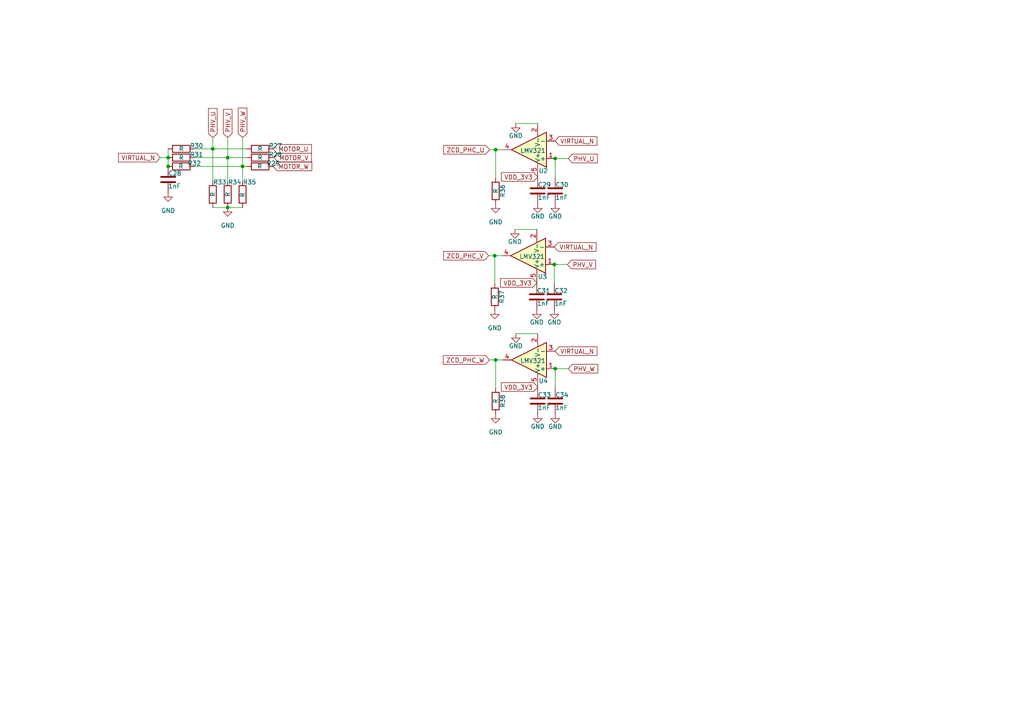
<source format=kicad_sch>
(kicad_sch (version 20230121) (generator eeschema)
  (paper "A4")
  (lib_symbols
    (symbol "Amplifier_Operational:LMV321" (pin_names (offset 0.127))
      (property "Reference" "U" (at 0 5.08 0))
      (property "Value" "LMV321" (at 0 -5.08 0))
      (symbol "LMV321_0_1"
        (polyline (pts (xy -5.08 5.08) (xy 5.08 0) (xy -5.08 -5.08) (xy -5.08 5.08)) (stroke (width 0.254)) (fill (type background)))
        (pin power_in line (at -2.54 -7.62 90) (length 3.81) (name "V-") (number "2"))
        (pin power_in line (at -2.54 7.62 270) (length 3.81) (name "V+") (number "5"))
      )
      (symbol "LMV321_1_1"
        (pin input line (at -7.62 2.54 0) (length 2.54) (name "+") (number "1"))
        (pin input line (at -7.62 -2.54 0) (length 2.54) (name "-") (number "3"))
        (pin output line (at 7.62 0 180) (length 2.54) (name "~") (number "4"))
      )
    )
    (symbol "Device:C" (pin_numbers hide) (pin_names (offset 0.254))
      (property "Reference" "C" (at 0.635 2.54 0))
      (property "Value" "C" (at 0.635 -2.54 0))
      (symbol "C_0_1"
        (polyline (pts (xy -2.032 -0.762) (xy 2.032 -0.762)) (stroke (width 0.508)))
        (polyline (pts (xy -2.032 0.762) (xy 2.032 0.762)) (stroke (width 0.508)))
      )
      (symbol "C_1_1"
        (pin passive line (at 0 3.81 270) (length 2.794) (name "~") (number "1"))
        (pin passive line (at 0 -3.81 90) (length 2.794) (name "~") (number "2"))
      )
    )
    (symbol "Device:R" (pin_numbers hide) (pin_names (offset 0))
      (property "Reference" "R" (at 2.032 0 90))
      (property "Value" "R" (at 0 0 90))
      (symbol "R_0_1"
        (rectangle (start -1.016 -2.54) (end 1.016 2.54) (stroke (width 0.254)))
      )
      (symbol "R_1_1"
        (pin passive line (at 0 3.81 270) (length 1.27) (name "~") (number "1"))
        (pin passive line (at 0 -3.81 90) (length 1.27) (name "~") (number "2"))
      )
    )
    (symbol "power:GND" (power) (pin_names (offset 0))
      (property "Value" "GND" (at 0 -3.81 0))
      (symbol "GND_0_1"
        (polyline (pts (xy 0 0) (xy 0 -1.27) (xy 1.27 -1.27) (xy 0 -2.54) (xy -1.27 -1.27) (xy 0 -1.27)))
      )
      (symbol "GND_1_1"
        (pin power_in line (at 0 0 270) (length 0) hide (name "GND") (number "1"))
      )
    )
  )
  (junction (at 70.358 48.26))
  (junction (at 48.768 45.72))
  (junction (at 161.036 45.974))
  (junction (at 48.768 48.26))
  (junction (at 143.764 104.394))
  (junction (at 66.04 45.72))
  (junction (at 143.51 74.168))
  (junction (at 66.04 60.198))
  (junction (at 143.764 43.434))
  (junction (at 161.036 106.934))
  (junction (at 61.722 43.18))
  (junction (at 160.782 76.708))
  (wire (pts (xy 48.768 43.18) (xy 48.768 45.72)))
  (wire (pts (xy 66.04 60.198) (xy 70.358 60.198)))
  (wire (pts (xy 70.358 48.26) (xy 70.358 52.578)))
  (wire (pts (xy 79.502 45.72) (xy 79.248 45.72)))
  (wire (pts (xy 70.358 39.878) (xy 70.358 48.26)))
  (wire (pts (xy 160.782 76.708) (xy 164.592 76.708)))
  (wire (pts (xy 161.036 45.974) (xy 161.036 51.562)))
  (wire (pts (xy 141.986 43.434) (xy 143.764 43.434)))
  (wire (pts (xy 149.606 35.814) (xy 155.956 35.814)))
  (wire (pts (xy 46.482 45.72) (xy 48.768 45.72)))
  (wire (pts (xy 161.036 106.934) (xy 164.846 106.934)))
  (wire (pts (xy 143.51 74.168) (xy 145.542 74.168)))
  (wire (pts (xy 141.732 74.168) (xy 143.51 74.168)))
  (wire (pts (xy 155.956 112.014) (xy 155.956 112.522)))
  (wire (pts (xy 48.768 45.72) (xy 48.768 48.26)))
  (wire (pts (xy 61.722 43.18) (xy 71.628 43.18)))
  (wire (pts (xy 141.986 104.394) (xy 143.764 104.394)))
  (wire (pts (xy 155.702 81.788) (xy 155.702 82.296)))
  (wire (pts (xy 149.352 66.548) (xy 155.702 66.548)))
  (wire (pts (xy 160.782 76.708) (xy 160.782 82.296)))
  (wire (pts (xy 161.036 45.974) (xy 164.846 45.974)))
  (wire (pts (xy 161.036 106.934) (xy 161.036 112.522)))
  (wire (pts (xy 61.722 43.18) (xy 61.722 52.578)))
  (wire (pts (xy 56.388 48.26) (xy 70.358 48.26)))
  (wire (pts (xy 56.388 45.72) (xy 66.04 45.72)))
  (wire (pts (xy 143.764 104.394) (xy 145.796 104.394)))
  (wire (pts (xy 143.51 74.168) (xy 143.51 82.296)))
  (wire (pts (xy 155.956 51.054) (xy 155.956 51.562)))
  (wire (pts (xy 149.606 96.774) (xy 155.956 96.774)))
  (wire (pts (xy 61.722 60.198) (xy 66.04 60.198)))
  (wire (pts (xy 143.764 43.434) (xy 145.796 43.434)))
  (wire (pts (xy 143.764 104.394) (xy 143.764 112.522)))
  (wire (pts (xy 66.04 39.878) (xy 66.04 45.72)))
  (wire (pts (xy 143.764 43.434) (xy 143.764 51.562)))
  (wire (pts (xy 70.358 48.26) (xy 71.628 48.26)))
  (wire (pts (xy 61.722 39.878) (xy 61.722 43.18)))
  (wire (pts (xy 66.04 45.72) (xy 71.628 45.72)))
  (wire (pts (xy 66.04 45.72) (xy 66.04 52.578)))
  (wire (pts (xy 56.388 43.18) (xy 61.722 43.18)))
  (global_label "VIRTUAL_N" (shape input) (at 161.036 40.894 0) (property "Intersheetrefs" "${INTERSHEET_REFS}" (effects hide)))
  (global_label "VIRTUAL_N" (shape input) (at 161.036 101.854 0) (property "Intersheetrefs" "${INTERSHEET_REFS}" (effects hide)))
  (global_label "PHV_V" (shape input) (at 66.04 39.878 90) (property "Intersheetrefs" "${INTERSHEET_REFS}" (effects hide)))
  (global_label "VIRTUAL_N" (shape input) (at 160.782 71.628 0) (property "Intersheetrefs" "${INTERSHEET_REFS}" (effects hide)))
  (global_label "VDD_3V3" (shape input) (at 155.702 82.042 180) (property "Intersheetrefs" "${INTERSHEET_REFS}" (effects hide)))
  (global_label "PHV_W" (shape input) (at 164.846 106.934 0) (property "Intersheetrefs" "${INTERSHEET_REFS}" (effects hide)))
  (global_label "ZCD_PHC_W" (shape input) (at 141.986 104.394 180) (property "Intersheetrefs" "${INTERSHEET_REFS}" (effects hide)))
  (global_label "PHV_W" (shape input) (at 70.358 39.878 90) (property "Intersheetrefs" "${INTERSHEET_REFS}" (effects hide)))
  (global_label "ZCD_PHC_U" (shape input) (at 141.986 43.434 180) (property "Intersheetrefs" "${INTERSHEET_REFS}" (effects hide)))
  (global_label "VIRTUAL_N" (shape input) (at 46.482 45.72 180) (property "Intersheetrefs" "${INTERSHEET_REFS}" (effects hide)))
  (global_label "ZCD_PHC_V" (shape input) (at 141.732 74.168 180) (property "Intersheetrefs" "${INTERSHEET_REFS}" (effects hide)))
  (global_label "PHV_V" (shape input) (at 164.592 76.708 0) (property "Intersheetrefs" "${INTERSHEET_REFS}" (effects hide)))
  (global_label "VDD_3V3" (shape input) (at 155.956 51.308 180) (property "Intersheetrefs" "${INTERSHEET_REFS}" (effects hide)))
  (global_label "MOTOR_U" (shape input) (at 79.248 43.18 0) (property "Intersheetrefs" "${INTERSHEET_REFS}" (effects hide)))
  (global_label "PHV_U" (shape input) (at 61.722 39.878 90) (property "Intersheetrefs" "${INTERSHEET_REFS}" (effects hide)))
  (global_label "PHV_U" (shape input) (at 164.846 45.974 0) (property "Intersheetrefs" "${INTERSHEET_REFS}" (effects hide)))
  (global_label "VDD_3V3" (shape input) (at 155.956 112.268 180) (property "Intersheetrefs" "${INTERSHEET_REFS}" (effects hide)))
  (global_label "MOTOR_V" (shape input) (at 79.502 45.72 0) (property "Intersheetrefs" "${INTERSHEET_REFS}" (effects hide)))
  (global_label "MOTOR_W" (shape input) (at 79.248 48.26 0) (property "Intersheetrefs" "${INTERSHEET_REFS}" (effects hide)))
  (symbol (lib_id "Device:R") (at 75.438 45.72 90) (unit 1)
    (property "Reference" "R28" (at 79.883 44.831 90))
    (property "Value" "R" (at 75.438 45.72 90))
    (property "Footprint" "Resistor_SMD:R_1206_3216Metric" (effects hide))
    (instances (project "ESC" (path "" (reference "R28") (unit 1)) (path "" (reference "R30") (unit 1))))
  )
  (symbol (lib_id "Device:R") (at 52.578 48.26 90) (unit 1)
    (property "Reference" "R32" (at 56.388 47.371 90))
    (property "Value" "R" (at 52.451 48.26 90))
    (property "Footprint" "Resistor_SMD:R_1206_3216Metric" (effects hide))
    (instances (project "ESC" (path "" (reference "R32") (unit 1)) (path "" (reference "R31") (unit 1))))
  )
  (symbol (lib_id "Device:R") (at 143.51 86.106 180) (unit 1)
    (property "Reference" "R37" (at 145.542 86.106 90))
    (property "Value" "R" (at 143.51 86.106 90))
    (property "Footprint" "Resistor_SMD:R_1206_3216Metric" (effects hide))
    (instances (project "ESC" (path "" (reference "R37") (unit 1)) (path "" (reference "R40") (unit 1))))
  )
  (symbol (lib_id "Amplifier_Operational:LMV321") (at 153.416 104.394 180) (unit 1)
    (property "Reference" "U4" (at 156.21 110.49 0) (effects (justify right)))
    (property "Value" "LMV321" (at 150.876 104.648 0) (effects (justify right)))
    (property "Footprint" "Package_SO:SOIC-8_3.9x4.9mm_P1.27mm" (effects hide))
    (property "Datasheet" "http://www.ti.com/lit/ds/symlink/lmv324.pdf" (effects hide))
    (instances (project "ESC" (path "" (reference "U4") (unit 1)) (path "" (reference "U7") (unit 1))))
  )
  (symbol (lib_id "power:GND") (at 155.956 120.142 0) (unit 1)
    (property "Reference" "#PWR038" (effects hide))
    (property "Value" "GND" (at 155.956 123.698 0))
    (instances (project "ESC" (path "" (reference "#PWR038") (unit 1)) (path "" (reference "#PWR050") (unit 1))))
  )
  (symbol (lib_id "Device:C") (at 161.036 116.332 0) (unit 1)
    (property "Reference" "C34" (at 161.036 114.554 0) (effects (justify left)))
    (property "Value" "1nF" (at 161.036 118.237 0) (effects (justify left)))
    (property "Footprint" "Capacitor_SMD:C_1206_3216Metric" (effects hide))
    (instances (project "ESC" (path "" (reference "C34") (unit 1)) (path "" (reference "C40") (unit 1))))
  )
  (symbol (lib_id "Device:R") (at 52.578 45.72 90) (unit 1)
    (property "Reference" "R31" (at 57.023 44.831 90))
    (property "Value" "R" (at 52.578 45.72 90))
    (property "Footprint" "Resistor_SMD:R_1206_3216Metric" (effects hide))
    (instances (project "ESC" (path "" (reference "R31") (unit 1)) (path "" (reference "R29") (unit 1))))
  )
  (symbol (lib_id "Device:R") (at 75.438 48.26 90) (unit 1)
    (property "Reference" "R29" (at 79.248 47.371 90))
    (property "Value" "R" (at 75.311 48.26 90))
    (property "Footprint" "Resistor_SMD:R_1206_3216Metric" (effects hide))
    (instances (project "ESC" (path "" (reference "R29") (unit 1)) (path "" (reference "R32") (unit 1))))
  )
  (symbol (lib_id "Device:C") (at 155.956 55.372 0) (unit 1)
    (property "Reference" "C29" (at 155.956 53.594 0) (effects (justify left)))
    (property "Value" "1nF" (at 155.956 57.277 0) (effects (justify left)))
    (property "Footprint" "Capacitor_SMD:C_1206_3216Metric" (effects hide))
    (instances (project "ESC" (path "" (reference "C29") (unit 1)) (path "" (reference "C35") (unit 1))))
  )
  (symbol (lib_id "power:GND") (at 160.782 89.916 0) (unit 1)
    (property "Reference" "#PWR035" (effects hide))
    (property "Value" "GND" (at 160.782 93.472 0))
    (instances (project "ESC" (path "" (reference "#PWR035") (unit 1)) (path "" (reference "#PWR047") (unit 1))))
  )
  (symbol (lib_id "Amplifier_Operational:LMV321") (at 153.416 43.434 180) (unit 1)
    (property "Reference" "U2" (at 156.21 49.53 0) (effects (justify right)))
    (property "Value" "LMV321" (at 150.876 43.688 0) (effects (justify right)))
    (property "Footprint" "Package_SO:SOIC-8_3.9x4.9mm_P1.27mm" (effects hide))
    (property "Datasheet" "http://www.ti.com/lit/ds/symlink/lmv324.pdf" (effects hide))
    (instances (project "ESC" (path "" (reference "U2") (unit 1)) (path "" (reference "U5") (unit 1))))
  )
  (symbol (lib_id "Device:R") (at 70.358 56.388 180) (unit 1)
    (property "Reference" "R35" (at 72.39 52.832 0))
    (property "Value" "R" (at 70.358 56.515 90))
    (property "Footprint" "Resistor_SMD:R_1206_3216Metric" (effects hide))
  )
  (symbol (lib_id "Device:C") (at 155.702 86.106 0) (unit 1)
    (property "Reference" "C31" (at 155.702 84.328 0) (effects (justify left)))
    (property "Value" "1nF" (at 155.702 88.011 0) (effects (justify left)))
    (property "Footprint" "Capacitor_SMD:C_1206_3216Metric" (effects hide))
    (instances (project "ESC" (path "" (reference "C31") (unit 1)) (path "" (reference "C37") (unit 1))))
  )
  (symbol (lib_id "Device:R") (at 143.764 55.372 180) (unit 1)
    (property "Reference" "R36" (at 145.796 55.372 90))
    (property "Value" "R" (at 143.764 55.372 90))
    (property "Footprint" "Resistor_SMD:R_1206_3216Metric" (effects hide))
    (instances (project "ESC" (path "" (reference "R36") (unit 1)) (path "" (reference "R39") (unit 1))))
  )
  (symbol (lib_id "power:GND") (at 143.764 120.142 0) (unit 1)
    (property "Reference" "#PWR037" (effects hide))
    (property "Value" "GND" (at 143.764 125.349 0))
    (instances (project "ESC" (path "" (reference "#PWR037") (unit 1)) (path "" (reference "#PWR049") (unit 1))))
  )
  (symbol (lib_id "Device:R") (at 52.578 43.18 90) (unit 1)
    (property "Reference" "R30" (at 57.023 42.291 90))
    (property "Value" "R" (at 52.578 43.18 90))
    (property "Footprint" "Resistor_SMD:R_1206_3216Metric" (effects hide))
    (instances (project "ESC" (path "" (reference "R30") (unit 1)) (path "" (reference "R27") (unit 1))))
  )
  (symbol (lib_id "Device:C") (at 160.782 86.106 0) (unit 1)
    (property "Reference" "C32" (at 160.782 84.328 0) (effects (justify left)))
    (property "Value" "1nF" (at 160.782 88.011 0) (effects (justify left)))
    (property "Footprint" "Capacitor_SMD:C_1206_3216Metric" (effects hide))
    (instances (project "ESC" (path "" (reference "C32") (unit 1)) (path "" (reference "C38") (unit 1))))
  )
  (symbol (lib_id "Device:C") (at 48.768 52.07 0) (unit 1)
    (property "Reference" "C28" (at 48.768 50.292 0) (effects (justify left)))
    (property "Value" "1nF" (at 48.768 53.975 0) (effects (justify left)))
    (property "Footprint" "Capacitor_SMD:C_1206_3216Metric" (effects hide))
  )
  (symbol (lib_id "power:GND") (at 155.956 59.182 0) (unit 1)
    (property "Reference" "#PWR029" (effects hide))
    (property "Value" "GND" (at 155.956 62.738 0))
    (instances (project "ESC" (path "" (reference "#PWR029") (unit 1)) (path "" (reference "#PWR042") (unit 1))))
  )
  (symbol (lib_id "power:GND") (at 48.768 55.88 0) (unit 1)
    (property "Reference" "#PWR027" (effects hide))
    (property "Value" "GND" (at 48.768 61.087 0))
    (instances (project "ESC" (path "" (reference "#PWR027") (unit 1)) (path "" (reference "#PWR026") (unit 1))))
  )
  (symbol (lib_id "Device:R") (at 61.722 56.388 180) (unit 1)
    (property "Reference" "R33" (at 63.754 52.832 0))
    (property "Value" "R" (at 61.722 56.388 90))
    (property "Footprint" "Resistor_SMD:R_1206_3216Metric" (effects hide))
  )
  (symbol (lib_id "power:GND") (at 149.352 66.548 0) (unit 1)
    (property "Reference" "#PWR032" (effects hide))
    (property "Value" "GND" (at 149.352 70.104 0))
    (instances (project "ESC" (path "" (reference "#PWR032") (unit 1)) (path "" (reference "#PWR044") (unit 1))))
  )
  (symbol (lib_id "Device:C") (at 161.036 55.372 0) (unit 1)
    (property "Reference" "C30" (at 161.036 53.594 0) (effects (justify left)))
    (property "Value" "1nF" (at 161.036 57.277 0) (effects (justify left)))
    (property "Footprint" "Capacitor_SMD:C_1206_3216Metric" (effects hide))
    (instances (project "ESC" (path "" (reference "C30") (unit 1)) (path "" (reference "C36") (unit 1))))
  )
  (symbol (lib_id "power:GND") (at 161.036 120.142 0) (unit 1)
    (property "Reference" "#PWR039" (effects hide))
    (property "Value" "GND" (at 161.036 123.698 0))
    (instances (project "ESC" (path "" (reference "#PWR039") (unit 1)) (path "" (reference "#PWR051") (unit 1))))
  )
  (symbol (lib_id "power:GND") (at 149.606 35.814 0) (unit 1)
    (property "Reference" "#PWR028" (effects hide))
    (property "Value" "GND" (at 149.606 39.37 0))
    (instances (project "ESC" (path "" (reference "#PWR028") (unit 1)) (path "" (reference "#PWR040") (unit 1))))
  )
  (symbol (lib_id "Device:R") (at 75.438 43.18 90) (unit 1)
    (property "Reference" "R27" (at 79.883 42.291 90))
    (property "Value" "R" (at 75.438 43.18 90))
    (property "Footprint" "Resistor_SMD:R_1206_3216Metric" (effects hide))
    (instances (project "ESC" (path "" (reference "R27") (unit 1)) (path "" (reference "R28") (unit 1))))
  )
  (symbol (lib_id "Device:R") (at 66.04 56.388 180) (unit 1)
    (property "Reference" "R34" (at 68.072 52.832 0))
    (property "Value" "R" (at 66.04 56.388 90))
    (property "Footprint" "Resistor_SMD:R_1206_3216Metric" (effects hide))
  )
  (symbol (lib_id "power:GND") (at 66.04 60.198 0) (unit 1)
    (property "Reference" "#PWR026" (effects hide))
    (property "Value" "GND" (at 66.04 65.405 0))
    (instances (project "ESC" (path "" (reference "#PWR026") (unit 1)) (path "" (reference "#PWR027") (unit 1))))
  )
  (symbol (lib_id "Device:C") (at 155.956 116.332 0) (unit 1)
    (property "Reference" "C33" (at 155.956 114.554 0) (effects (justify left)))
    (property "Value" "1nF" (at 155.956 118.237 0) (effects (justify left)))
    (property "Footprint" "Capacitor_SMD:C_1206_3216Metric" (effects hide))
    (instances (project "ESC" (path "" (reference "C33") (unit 1)) (path "" (reference "C39") (unit 1))))
  )
  (symbol (lib_id "power:GND") (at 155.702 89.916 0) (unit 1)
    (property "Reference" "#PWR034" (effects hide))
    (property "Value" "GND" (at 155.702 93.472 0))
    (instances (project "ESC" (path "" (reference "#PWR034") (unit 1)) (path "" (reference "#PWR046") (unit 1))))
  )
  (symbol (lib_id "power:GND") (at 143.51 89.916 0) (unit 1)
    (property "Reference" "#PWR033" (effects hide))
    (property "Value" "GND" (at 143.51 95.123 0))
    (instances (project "ESC" (path "" (reference "#PWR033") (unit 1)) (path "" (reference "#PWR045") (unit 1))))
  )
  (symbol (lib_id "power:GND") (at 149.606 96.774 0) (unit 1)
    (property "Reference" "#PWR036" (effects hide))
    (property "Value" "GND" (at 149.606 100.33 0))
    (instances (project "ESC" (path "" (reference "#PWR036") (unit 1)) (path "" (reference "#PWR048") (unit 1))))
  )
  (symbol (lib_id "power:GND") (at 161.036 59.182 0) (unit 1)
    (property "Reference" "#PWR030" (effects hide))
    (property "Value" "GND" (at 161.036 62.738 0))
    (instances (project "ESC" (path "" (reference "#PWR030") (unit 1)) (path "" (reference "#PWR043") (unit 1))))
  )
  (symbol (lib_id "Device:R") (at 143.764 116.332 180) (unit 1)
    (property "Reference" "R38" (at 145.796 116.332 90))
    (property "Value" "R" (at 143.764 116.332 90))
    (property "Footprint" "Resistor_SMD:R_1206_3216Metric" (effects hide))
    (instances (project "ESC" (path "" (reference "R38") (unit 1)) (path "" (reference "R41") (unit 1))))
  )
  (symbol (lib_id "power:GND") (at 143.764 59.182 0) (unit 1)
    (property "Reference" "#PWR031" (effects hide))
    (property "Value" "GND" (at 143.764 64.389 0))
    (instances (project "ESC" (path "" (reference "#PWR031") (unit 1)) (path "" (reference "#PWR041") (unit 1))))
  )
  (symbol (lib_id "Amplifier_Operational:LMV321") (at 153.162 74.168 180) (unit 1)
    (property "Reference" "U3" (at 155.956 80.264 0) (effects (justify right)))
    (property "Value" "LMV321" (at 150.622 74.422 0) (effects (justify right)))
    (property "Footprint" "Package_SO:SOIC-8_3.9x4.9mm_P1.27mm" (effects hide))
    (property "Datasheet" "http://www.ti.com/lit/ds/symlink/lmv324.pdf" (effects hide))
    (instances (project "ESC" (path "" (reference "U3") (unit 1)) (path "" (reference "U6") (unit 1))))
  )
)
</source>
